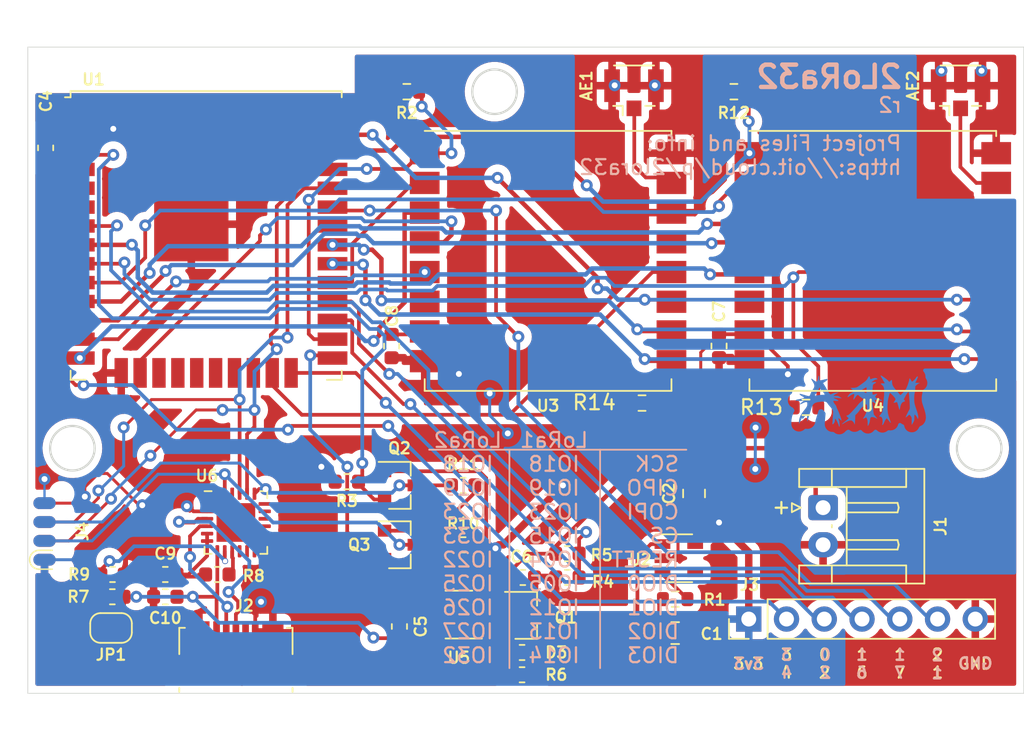
<source format=kicad_pcb>
(kicad_pcb (version 20211014) (generator pcbnew)

  (general
    (thickness 1.6)
  )

  (paper "A4")
  (layers
    (0 "F.Cu" signal)
    (31 "B.Cu" signal)
    (32 "B.Adhes" user "B.Adhesive")
    (33 "F.Adhes" user "F.Adhesive")
    (34 "B.Paste" user)
    (35 "F.Paste" user)
    (36 "B.SilkS" user "B.Silkscreen")
    (37 "F.SilkS" user "F.Silkscreen")
    (38 "B.Mask" user)
    (39 "F.Mask" user)
    (40 "Dwgs.User" user "User.Drawings")
    (41 "Cmts.User" user "User.Comments")
    (42 "Eco1.User" user "User.Eco1")
    (43 "Eco2.User" user "User.Eco2")
    (44 "Edge.Cuts" user)
    (45 "Margin" user)
    (46 "B.CrtYd" user "B.Courtyard")
    (47 "F.CrtYd" user "F.Courtyard")
    (48 "B.Fab" user)
    (49 "F.Fab" user)
  )

  (setup
    (stackup
      (layer "F.SilkS" (type "Top Silk Screen"))
      (layer "F.Paste" (type "Top Solder Paste"))
      (layer "F.Mask" (type "Top Solder Mask") (thickness 0.01))
      (layer "F.Cu" (type "copper") (thickness 0.035))
      (layer "dielectric 1" (type "core") (thickness 1.51) (material "FR4") (epsilon_r 4.5) (loss_tangent 0.02))
      (layer "B.Cu" (type "copper") (thickness 0.035))
      (layer "B.Mask" (type "Bottom Solder Mask") (thickness 0.01))
      (layer "B.Paste" (type "Bottom Solder Paste"))
      (layer "B.SilkS" (type "Bottom Silk Screen"))
      (copper_finish "None")
      (dielectric_constraints no)
    )
    (pad_to_mask_clearance 0.051)
    (solder_mask_min_width 0.25)
    (pcbplotparams
      (layerselection 0x00010fc_ffffffff)
      (disableapertmacros false)
      (usegerberextensions true)
      (usegerberattributes false)
      (usegerberadvancedattributes false)
      (creategerberjobfile false)
      (svguseinch false)
      (svgprecision 6)
      (excludeedgelayer true)
      (plotframeref false)
      (viasonmask false)
      (mode 1)
      (useauxorigin false)
      (hpglpennumber 1)
      (hpglpenspeed 20)
      (hpglpendiameter 15.000000)
      (dxfpolygonmode true)
      (dxfimperialunits true)
      (dxfusepcbnewfont true)
      (psnegative false)
      (psa4output false)
      (plotreference true)
      (plotvalue true)
      (plotinvisibletext false)
      (sketchpadsonfab false)
      (subtractmaskfromsilk false)
      (outputformat 1)
      (mirror false)
      (drillshape 0)
      (scaleselection 1)
      (outputdirectory "gerber/")
    )
  )

  (net 0 "")
  (net 1 "GND")
  (net 2 "Net-(AE1-Pad1)")
  (net 3 "Net-(AE2-Pad1)")
  (net 4 "VBUS")
  (net 5 "+3V3")
  (net 6 "VIN")
  (net 7 "VBAT")
  (net 8 "Net-(C9-Pad1)")
  (net 9 "Net-(J2-Pad3)")
  (net 10 "Net-(J2-Pad2)")
  (net 11 "Net-(JP1-Pad2)")
  (net 12 "RTS")
  (net 13 "EN")
  (net 14 "Net-(Q2-Pad1)")
  (net 15 "IO0")
  (net 16 "DTR")
  (net 17 "Net-(Q3-Pad1)")
  (net 18 "Net-(R4-Pad2)")
  (net 19 "Net-(R8-Pad1)")
  (net 20 "LORSCK")
  (net 21 "TX")
  (net 22 "RX")
  (net 23 "Net-(U1-Pad29)")
  (net 24 "Net-(R13-Pad1)")
  (net 25 "Net-(U1-Pad16)")
  (net 26 "Net-(U1-Pad13)")
  (net 27 "Net-(U1-Pad12)")
  (net 28 "Net-(U1-Pad10)")
  (net 29 "Net-(R14-Pad1)")
  (net 30 "Net-(U1-Pad8)")
  (net 31 "unconnected-(J2-Pad4)")
  (net 32 "Net-(R1-Pad1)")
  (net 33 "unconnected-(U1-Pad32)")
  (net 34 "unconnected-(U1-Pad22)")
  (net 35 "unconnected-(U1-Pad21)")
  (net 36 "unconnected-(U1-Pad20)")
  (net 37 "unconnected-(U1-Pad19)")
  (net 38 "unconnected-(U1-Pad18)")
  (net 39 "unconnected-(U1-Pad17)")
  (net 40 "Net-(U1-Pad14)")
  (net 41 "Net-(U1-Pad11)")
  (net 42 "SPARE04")
  (net 43 "unconnected-(U1-Pad5)")
  (net 44 "unconnected-(U1-Pad4)")
  (net 45 "unconnected-(U2-Pad4)")
  (net 46 "unconnected-(U3-Pad13)")
  (net 47 "unconnected-(U3-Pad6)")
  (net 48 "unconnected-(U4-Pad13)")
  (net 49 "unconnected-(U4-Pad6)")
  (net 50 "unconnected-(U6-Pad24)")
  (net 51 "unconnected-(U6-Pad22)")
  (net 52 "unconnected-(U6-Pad18)")
  (net 53 "unconnected-(U6-Pad17)")
  (net 54 "unconnected-(U6-Pad16)")
  (net 55 "unconnected-(U6-Pad15)")
  (net 56 "unconnected-(U6-Pad14)")
  (net 57 "unconnected-(U6-Pad13)")
  (net 58 "unconnected-(U6-Pad12)")
  (net 59 "unconnected-(U6-Pad11)")
  (net 60 "unconnected-(U6-Pad10)")
  (net 61 "unconnected-(U6-Pad1)")
  (net 62 "LORCOPI")
  (net 63 "LORCIPO")
  (net 64 "SPARE03")
  (net 65 "SPARE02")
  (net 66 "SPARE01")
  (net 67 "SPARE00")
  (net 68 "Net-(R2-Pad1)")
  (net 69 "Net-(R12-Pad1)")

  (footprint "RF_Module:ESP32-WROOM-32U" (layer "F.Cu") (at 178 96.675001))

  (footprint "Connector_Coaxial:U.FL_Hirose_U.FL-R-SMT-1_Vertical" (layer "F.Cu") (at 228.75 87.07 90))

  (footprint "Capacitor_SMD:C_0603_1608Metric" (layer "F.Cu") (at 167.2 90.781475 90))

  (footprint "Capacitor_SMD:C_0603_1608Metric" (layer "F.Cu") (at 191 123 -90))

  (footprint "Capacitor_SMD:C_0603_1608Metric" (layer "F.Cu") (at 199.3 119.7 180))

  (footprint "Capacitor_SMD:C_0603_1608Metric" (layer "F.Cu") (at 190.475 104.125 -90))

  (footprint "Capacitor_SMD:C_0603_1608Metric" (layer "F.Cu") (at 175.25 119.5 180))

  (footprint "Capacitor_SMD:C_0603_1608Metric" (layer "F.Cu") (at 199.25 124.75 180))

  (footprint "Connector_JST:JST_EH_S2B-EH_1x02_P2.50mm_Horizontal" (layer "F.Cu") (at 219.5 115 -90))

  (footprint "Package_TO_SOT_SMD:SOT-23" (layer "F.Cu") (at 191 113.5))

  (footprint "Package_TO_SOT_SMD:SOT-23" (layer "F.Cu") (at 191 117.5))

  (footprint "Resistor_SMD:R_0603_1608Metric" (layer "F.Cu") (at 187.4625 113.25))

  (footprint "Resistor_SMD:R_0603_1608Metric" (layer "F.Cu") (at 202.3 119.7))

  (footprint "Resistor_SMD:R_0603_1608Metric" (layer "F.Cu") (at 202.3 118.1 180))

  (footprint "Resistor_SMD:R_0603_1608Metric" (layer "F.Cu") (at 199.25 126.25))

  (footprint "Resistor_SMD:R_0603_1608Metric" (layer "F.Cu") (at 171.6875 121))

  (footprint "Resistor_SMD:R_0603_1608Metric" (layer "F.Cu") (at 178.75 119.5 180))

  (footprint "Resistor_SMD:R_0603_1608Metric" (layer "F.Cu") (at 171.7 119.5 180))

  (footprint "Resistor_SMD:R_0603_1608Metric" (layer "F.Cu") (at 195.2875 117.5))

  (footprint "Resistor_SMD:R_0603_1608Metric" (layer "F.Cu") (at 195.2875 113.5))

  (footprint "loranet2:DRF1276G" (layer "F.Cu") (at 201 98.140001))

  (footprint "loranet2:DRF1276G" (layer "F.Cu") (at 222.844999 98.140001))

  (footprint "Package_DFN_QFN:QFN-24-1EP_4x4mm_P0.5mm_EP2.6x2.6mm" (layer "F.Cu") (at 180 116))

  (footprint "Connector_USB:USB_Micro-B_Molex_47346-0001" (layer "F.Cu") (at 180 124.8))

  (footprint "Capacitor_SMD:C_0603_1608Metric" (layer "F.Cu") (at 212.5 104.1125 90))

  (footprint "Package_TO_SOT_SMD:SOT-23" (layer "F.Cu") (at 199.5 122.25))

  (footprint "Package_TO_SOT_SMD:SOT-23-5" (layer "F.Cu") (at 195 122.2 180))

  (footprint "Connector_Coaxial:U.FL_Hirose_U.FL-R-SMT-1_Vertical" (layer "F.Cu") (at 206.78 87.07 90))

  (footprint "Capacitor_SMD:C_0805_2012Metric" (layer "F.Cu") (at 209.55 123.444))

  (footprint "Capacitor_SMD:C_0805_2012Metric" (layer "F.Cu") (at 210.82 114.046 90))

  (footprint "Resistor_SMD:R_0603_1608Metric" (layer "F.Cu") (at 209.55 121.158 180))

  (footprint "Package_TO_SOT_SMD:SOT-23-5" (layer "F.Cu") (at 209.795001 118.405001))

  (footprint "Capacitor_SMD:C_0603_1608Metric" (layer "F.Cu") (at 175.25 121 180))

  (footprint "Jumper:SolderJumper-2_P1.3mm_Bridged_RoundedPad1.0x1.5mm" (layer "F.Cu") (at 171.6 123.1 180))

  (footprint "Resistor_SMD:R_0603_1608Metric" (layer "F.Cu") (at 213.5 87 180))

  (footprint "Resistor_SMD:R_0603_1608Metric" (layer "F.Cu") (at 191.5 87 180))

  (footprint "Connector_PinHeader_2.54mm:PinHeader_1x07_P2.54mm_Vertical" (layer "F.Cu") (at 214.5 122.5 90))

  (footprint "Resistor_SMD:R_0603_1608Metric" (layer "F.Cu") (at 218.351714 108.25 180))

  (footprint "Resistor_SMD:R_0603_1608Metric" (layer "F.Cu") (at 207.32 107.96))

  (footprint "loranet2:SOIC_clipProgSmall" (layer "F.Cu") (at 166.376 116.602 -90))

  (footprint "loranet2:MRA-2022_10x6mm" (layer "B.Cu")
    (tedit 623B5DFD) (tstamp 00000000-0000-0000-0000-000060d4245f)
    (at 221.815645 109.15801 180)
    (property "Sheetfile" "loranet2.kicad_sch")
    (property "Sheetname" "")
    (path "/00000000-0000-0000-0000-000060d48c38")
    (attr through_hole)
    (fp_text reference "H1" (at 0 0) (layer "B.SilkS") hide
      (effects (font (size 1.27 1.27) (thickness 0.15)) (justify mirror))
      (tstamp 72bd3a47-5258-460c-bd5b-ac220179bcdf)
    )
    (fp_text value "MountingHole" (at 0 0) (layer "B.SilkS") hide
      (effects (font (size 1.27 1.27) (thickness 0.15)) (justify mirror))
      (tstamp 31948383-d588-419b-b73e-6f2eb277375e)
    )
    (fp_poly (pts
        (xy -1.558313 3.04029)
        (xy -1.564778 3.012362)
        (xy -1.593564 2.958042)
        (xy -1.628618 2.897503)
        (xy -1.676306 2.815254)
        (xy -1.727994 2.726186)
        (xy -1.743926 2.69875)
        (xy -1.842272 2.529417)
        (xy -1.704303 2.523158)
        (xy -1.63412 2.517775)
        (xy -1.58444 2.509763)
        (xy -1.566333 2.501182)
        (xy -1.581318 2.480125)
        (xy -1.620043 2.442047)
        (xy -1.659259 2.407789)
        (xy -1.720942 2.348345)
        (xy -1.757562 2.287767)
        (xy -1.778809 2.219127)
        (xy -1.790032 2.139902)
        (xy -1.795319 2.026606)
        (xy -1.794991 1.887038)
        (xy -1.789365 1.728996)
        (xy -1.77876 1.560279)
        (xy -1.763493 1.388684)
        (xy -1.743884 1.22201)
        (xy -1.735742 1.164167)
        (xy -1.719827 1.049489)
        (xy -1.706621 0.941121)
        (xy -1.697386 0.850389)
        (xy -1.693384 0.788622)
        (xy -1.693313 0.783167)
        (xy -1.679638 0.647461)
        (xy -1.635987 0.533109)
        (xy -1.557401 0.427311)
        (xy -1.553983 0.423635)
        (xy -1.497644 0.361601)
        (xy -1.469219 0.323597)
        (xy -1.466483 0.303927)
        (xy -1.487208 0.296894)
        (xy -1.504225 0.296334)
        (xy -1.581972 0.27694)
        (xy -1.641488 0.220331)
        (xy -1.663375 0.178893)
        (xy -1.682831 0.102771)
        (xy -1.69196 0.003496)
        (xy -1.690281 -0.100914)
        (xy -1.677316 -0.192441)
        (xy -1.673644 -0.206514)
        (xy -1.665232 -0.257309)
        (xy -1.676334 -0.274625)
        (xy -1.704224 -0.255423)
        (xy -1.710785 -0.247892)
        (xy -1.730087 -0.216083)
        (xy -1.760114 -0.157333)
        (xy -1.794811 -0.083567)
        (xy -1.799452 -0.073267)
        (xy -1.848749 0.025689)
        (xy -1.897289 0.103347)
        (xy -1.940536 0.153314)
        (xy -1.971698 0.169334)
        (xy -1.991985 0.153722)
        (xy -2.030372 0.112499)
        (xy -2.07978 0.054088)
        (xy -2.133129 -0.013092)
        (xy -2.183341 -0.080618)
        (xy -2.191414 -0.092038)
        (xy -2.219916 -0.125966)
        (xy -2.231189 -0.122224)
        (xy -2.225405 -0.081734)
        (xy -2.202736 -0.005417)
        (xy -2.163352 0.105803)
        (xy -2.146302 0.151096)
        (xy -2.092618 0.305003)
        (xy -2.053991 0.449979)
        (xy -2.028962 0.596714)
        (xy -2.016071 0.755899)
        (xy -2.013858 0.938224)
        (xy -2.018067 1.090084)
        (xy -2.027363 1.246172)
        (xy -2.043486 1.380888)
        (xy -2.069454 1.515022)
        (xy -2.094718 1.618215)
        (xy -2.120635 1.715801)
        (xy -2.143401 1.797561)
        (xy -2.160648 1.855263)
        (xy -2.17001 1.880674)
        (xy -2.170278 1.881)
        (xy -2.194075 1.877282)
        (xy -2.237493 1.846884)
        (xy -2.294202 1.796576)
        (xy -2.357875 1.733125)
        (xy -2.422183 1.663301)
        (xy -2.480799 1.593873)
        (xy -2.527395 1.531609)
        (xy -2.555641 1.483278)
        (xy -2.561167 1.462893)
        (xy -2.549776 1.42417)
        (xy -2.520662 1.367321)
        (xy -2.498052 1.331394)
        (xy -2.462524 1.276498)
        (xy -2.439455 1.236133)
        (xy -2.434552 1.223516)
        (xy -2.452511 1.220774)
        (xy -2.499163 1.229318)
        (xy -2.542632 1.240993)
        (xy -2.606181 1.256004)
        (xy -2.652881 1.259959)
        (xy -2.667672 1.255727)
        (xy -2.679395 1.229386)
        (xy -2.698868 1.170848)
        (xy -2.723327 1.08892)
        (xy -2.748596 0.997708)
        (xy -2.774584 0.90273)
        (xy -2.797304 0.823689)
        (xy -2.814254 0.769031)
        (xy -2.82279 0.747321)
        (xy -2.831657 0.760755)
        (xy -2.844799 0.805596)
        (xy -2.857041 0.860864)
        (xy -2.892058 1.011047)
        (xy -2.931665 1.124)
        (xy -2.97887 1.204798)
        (xy -3.036678 1.258515)
        (xy -3.108096 1.290224)
        (xy -3.112073 1.291321)
        (xy -3.172218 1.312414)
        (xy -3.192545 1.336524)
        (xy -3.175421 1.370209)
        (xy -3.149909 1.396114)
        (xy -3.103651 1.43921)
        (xy -3.195242 1.619847)
        (xy -3.245648 1.711891)
        (xy -3.300634 1.800699)
        (xy -3.350762 1.871352)
        (xy -3.365826 1.889497)
        (xy -3.444818 1.97851)
        (xy -3.457715 1.872964)
        (xy -3.464957 1.803329)
        (xy -3.47401 1.700469)
        (xy -3.484196 1.573416)
        (xy -3.494839 1.431205)
        (xy -3.505261 1.28287)
        (xy -3.514785 1.137445)
        (xy -3.522333 1.011101)
        (xy -3.526449 0.919505)
        (xy -3.524771 0.856223)
        (xy -3.514861 0.807369)
        (xy -3.494285 0.759057)
        (xy -3.470356 0.714767)
        (xy -3.417075 0.616539)
        (xy -3.365587 0.5164)
        (xy -3.319319 0.421658)
        (xy -3.2817 0.33962)
        (xy -3.256158 0.277593)
        (xy -3.246119 0.242885)
        (xy -3.246938 0.238507)
        (xy -3.267079 0.245759)
        (xy -3.308609 0.276244)
        (xy -3.362761 0.323483)
        (xy -3.365896 0.326406)
        (xy -3.422794 0.375238)
        (xy -3.470226 0.408081)
        (xy -3.49814 0.418001)
        (xy -3.498514 0.417891)
        (xy -3.524666 0.396752)
        (xy -3.563257 0.352039)
        (xy -3.58775 0.319082)
        (xy -3.615204 0.278151)
        (xy -3.633306 0.241843)
        (xy -3.64397 0.200053)
        (xy -3.649111 0.142679)
        (xy -3.650643 0.059619)
        (xy -3.650612 -0.012619)
        (xy -3.650696 -0.108022)
        (xy -3.651405 -0.185627)
        (xy -3.652618 -0.237042)
        (xy -3.654082 -0.254)
        (xy -3.665652 -0.237019)
        (xy -3.692636 -0.192002)
        (xy -3.72974 -0.127832)
        (xy -3.739246 -0.111125)
        (xy -3.777599 -0.041334)
        (xy -3.801336 0.012712)
        (xy -3.81384 0.065435)
        (xy -3.818491 0.131259)
        (xy -3.818672 0.224605)
        (xy -3.818647 0.227542)
        (xy -3.819537 0.326598)
        (xy -3.824656 0.388572)
        (xy -3.834654 0.418564)
        (xy -3.843597 0.423334)
        (xy -3.87619 0.406636)
        (xy -3.920183 0.364023)
        (xy -3.966654 0.306714)
        (xy -4.006678 0.24593)
        (xy -4.031332 0.192891)
        (xy -4.033576 0.184466)
        (xy -4.044932 0.143133)
        (xy -4.056289 0.138918)
        (xy -4.069236 0.158274)
        (xy -4.083845 0.220057)
        (xy -4.079168 0.315424)
        (xy -4.055891 0.440634)
        (xy -4.014696 0.591944)
        (xy -3.960246 0.75463)
        (xy -3.919647 0.872097)
        (xy -3.882579 0.988328)
        (xy -3.852618 1.091489)
        (xy -3.833338 1.169746)
        (xy -3.830722 1.183365)
        (xy -3.813282 1.322433)
        (xy -3.805796 1.47418)
        (xy -3.808106 1.624682)
        (xy -3.820056 1.760015)
        (xy -3.83832 1.855139)
        (xy -3.855999 1.943748)
        (xy -3.86863 2.051431)
        (xy -3.8735 2.154995)
        (xy -3.8735 2.155745)
        (xy -3.874304 2.241117)
        (xy -3.879285 2.296604)
        (xy -3.892301 2.334653)
        (xy -3.917206 2.367709)
        (xy -3.949077 2.399695)
        (xy -4.012713 2.453521)
        (xy -4.081429 2.500272)
        (xy -4.102535 2.511839)
        (xy -4.180417 2.550584)
        (xy -3.878521 2.56292)
        (xy -3.939233 2.675013)
        (xy -3.979083 2.754204)
        (xy -4.014264 2.834076)
        (xy -4.041037 2.904828)
        (xy -4.055666 2.956658)
        (xy -4.055238 2.979152)
        (xy -4.025218 2.983607)
        (xy -3.985399 2.961784)
        (xy -3.94931 2.92273)
        (xy -3.937146 2.900185)
        (xy -3.910751 2.856968)
        (xy -3.86607 2.80258)
        (xy -3.811425 2.745067)
        (xy -3.75514 2.692474)
        (xy -3.705535 2.652847)
        (xy -3.670936 2.634231)
        (xy -3.662596 2.634779)
        (xy -3.64168 2.65904)
        (xy -3.609153 2.708367)
        (xy -3.583254 2.752404)
        (xy -3.549124 2.809399)
        (xy -3.522214 2.84756)
        (xy -3.51108 2.857479)
        (xy -3.500083 2.838757)
        (xy -3.487927 2.791615)
        (xy -3.483621 2.767542)
        (xy -3.464942 2.682506)
        (xy -3.433917 2.574891)
        (xy -3.39487 2.45693)
        (xy -3.352122 2.340855)
        (xy -3.309997 2.238899)
        (xy -3.272815 2.163296)
        (xy -3.266184 2.152144)
        (xy -3.224868 2.092707)
        (xy -3.168854 2.021227)
        (xy -3.104656 1.944951)
        (xy -3.038789 1.871125)
        (xy -2.977765 1.806992)
        (xy -2.9281 1.7598)
        (xy -2.896309 1.736793)
        (xy -2.891739 1.735667)
        (xy -2.862294 1.751288)
        (xy -2.82575 1.789348)
        (xy -2.822315 1.793875)
        (xy -2.791733 1.832402)
        (xy -2.740403 1.894214)
        (xy -2.675497 1.970775)
        (xy -2.604515 2.053167)
        (xy -2.501453 2.175808)
        (xy -2.425615 2.277156)
        (xy -2.373197 2.364716)
        (xy -2.340393 2.445993)
        (xy -2.323401 2.528494)
        (xy -2.318421 2.617576)
        (xy -2.317311 2.699049)
        (xy -2.310384 2.741208)
        (xy -2.290895 2.747027)
        (xy -2.252095 2.719478)
        (xy -2.19755 2.670835)
        (xy -2.140849 2.619636)
        (xy -2.037589 2.722693)
        (xy -1.976359 2.778441)
        (xy -1.899475 2.840732)
        (xy -1.815208 2.903771)
        (xy -1.73183 2.961765)
        (xy -1.657614 3.008921)
        (xy -1.60083 3.039445)
        (xy -1.573125 3.048)
        (xy -1.558313 3.04029)
      ) (layer "B.Cu") (width 0.01) (fill solid) (tstamp 4f31de85-a5e9-490a-9f64-4ba66189b3e4))
    (fp_poly (pts
        (xy -0.766927 2.988489)
        (xy -0.737465 2.943923)
        (xy -0.709493 2.894542)
        (xy -0.670534 2.826151)
        (xy -0.629762 2.76762)
        (xy -0.580673 2.712555)
        (xy -0.516765 2.654561)
        (xy -0.431533 2.587244)
        (xy -0.318474 2.50421)
        (xy -0.296333 2.488296)
        (xy -0.178287 2.403613)
        (xy -0.088159 2.34004)
        (xy -0.019196 2.294395)
        (xy 0.035354 2.263496)
        (xy 0.082245 2.244161)
        (xy 0.128229 2.23321)
        (xy 0.180058 2.22746)
        (xy 0.244486 2.223729)
        (xy 0.267793 2.2225)
        (xy 0.463395 2.211917)
        (xy 0.337927 2.106084)
        (xy 0.27864 2.054775)
        (xy 0.234556 2.014147)
        (xy 0.213537 1.991512)
        (xy 0.212789 1.989667)
        (xy 0.230796 1.976636)
        (xy 0.278398 1.951287)
        (xy 0.34646 1.918395)
        (xy 0.369959 1.907561)
        (xy 0.455243 1.865778)
        (xy 0.514071 1.827168)
        (xy 0.559943 1.780915)
        (xy 0.603604 1.720363)
        (xy 0.641148 1.660068)
        (xy 0.664885 1.614506)
        (xy 0.669705 1.593983)
        (xy 0.648839 1.600457)
        (xy 0.602018 1.626805)
        (xy 0.537612 1.668126)
        (xy 0.504126 1.690991)
        (xy 0.403789 1.755225)
        (xy 0.320306 1.797638)
        (xy 0.257845 1.816816)
        (xy 0.220577 1.811347)
        (xy 0.211667 1.790116)
        (xy 0.216188 1.752467)
        (xy 0.228057 1.687549)
        (xy 0.244727 1.609253)
        (xy 0.24514 1.607434)
        (xy 0.260632 1.531011)
        (xy 0.269657 1.469477)
        (xy 0.270365 1.435604)
        (xy 0.270148 1.434862)
        (xy 0.25595 1.439577)
        (xy 0.225226 1.473826)
        (xy 0.183538 1.531028)
        (xy 0.163981 1.560493)
        (xy 0.11394 1.632975)
        (xy 0.067001 1.692578)
        (xy 0.031344 1.729151)
        (xy 0.02409 1.734103)
        (xy -0.022048 1.746063)
        (xy -0.06402 1.738795)
        (xy -0.084473 1.715711)
        (xy -0.084667 1.712712)
        (xy -0.100943 1.693475)
        (xy -0.144755 1.656597)
        (xy -0.208579 1.608164)
        (xy -0.255227 1.574772)
        (xy -0.425787 1.455257)
        (xy -0.376935 1.403038)
        (xy -0.332194 1.361059)
        (xy -0.269378 1.30894)
        (xy -0.225247 1.275173)
        (xy -0.15711 1.216291)
        (xy -0.084206 1.139908)
        (xy -0.032494 1.075954)
        (xy 0.012109 1.019382)
        (xy 0.079231 0.940229)
        (xy 0.161969 0.846356)
        (xy 0.253421 0.745621)
        (xy 0.326291 0.667417)
        (xy 0.427529 0.56142)
        (xy 0.505537 0.483227)
        (xy 0.564957 0.428779)
        (xy 0.610433 0.394019)
        (xy 0.646608 0.374888)
        (xy 0.667996 0.368787)
        (xy 0.716293 0.356531)
        (xy 0.740259 0.344186)
        (xy 0.740833 0.342496)
        (xy 0.72727 0.321405)
        (xy 0.692588 0.281316)
        (xy 0.665381 0.252598)
        (xy 0.589928 0.175328)
        (xy 0.659344 0.105912)
        (xy 0.708954 0.060643)
        (xy 0.779844 0.001296)
        (xy 0.859027 -0.061356)
        (xy 0.882963 -0.079566)
        (xy 0.96073 -0.140553)
        (xy 1.011082 -0.184976)
        (xy 1.032921 -0.210743)
        (xy 1.025146 -0.215766)
        (xy 0.986657 -0.197952)
        (xy 0.926042 -0.16143)
        (xy 0.791386 -0.080612)
        (xy 0.677518 -0.024323)
        (xy 0.574524 0.012055)
        (xy 0.530558 0.022846)
        (xy 0.460289 0.034558)
        (xy 0.411996 0.031325)
        (xy 0.367551 0.011762)
        (xy 0.364849 0.01018)
        (xy 0.30763 -0.035965)
        (xy 0.256216 -0.09786)
        (xy 0.221066 -0.161061)
        (xy 0.211667 -0.201334)
        (xy 0.204651 -0.226445)
        (xy 0.19259 -0.221191)
        (xy 0.185063 -0.193651)
        (xy 0.177714 -0.132155)
        (xy 0.171273 -0.045079)
        (xy 0.166468 0.059204)
        (xy 0.165548 0.089169)
        (xy 0.157582 0.379422)
        (xy 0.041749 0.492029)
        (xy -0.030401 0.570266)
        (xy -0.102365 0.661302)
        (xy -0.151612 0.734403)
        (xy -0.213844 0.823298)
        (xy -0.294891 0.909125)
        (xy -0.404542 1.002243)
        (xy -0.4053 1.002839)
        (xy -0.478991 1.058037)
        (xy -0.541081 1.099312)
        (xy -0.584008 1.121954)
        (xy -0.599292 1.123675)
        (xy -0.620346 1.08239)
        (xy -0.63808 1.010174)
        (xy -0.650428 0.918411)
        (xy -0.655323 0.818485)
        (xy -0.655334 0.814917)
        (xy -0.651293 0.739231)
        (xy -0.636407 0.666401)
        (xy -0.606876 0.581928)
        (xy -0.574187 0.505249)
        (xy -0.530924 0.414082)
        (xy -0.485641 0.328403)
        (xy -0.44597 0.262356)
        (xy -0.43398 0.245381)
        (xy -0.401316 0.197353)
        (xy -0.385912 0.163971)
        (xy -0.386581 0.156698)
        (xy -0.410488 0.158551)
        (xy -0.457756 0.176462)
        (xy -0.483939 0.189024)
        (xy -0.539063 0.215397)
        (xy -0.578226 0.230964)
        (xy -0.586532 0.232754)
        (xy -0.603508 0.214905)
        (xy -0.628779 0.169284)
        (xy -0.645583 0.132213)
        (xy -0.670307 0.056546)
        (xy -0.683725 -0.032331)
        (xy -0.687912 -0.148423)
        (xy -0.687917 -0.153432)
        (xy -0.689035 -0.235999)
        (xy -0.692024 -0.299542)
        (xy -0.696337 -0.3345)
        (xy -0.6985 -0.338362)
        (xy -0.712179 -0.320618)
        (xy -0.737411 -0.274573)
        (xy -0.765656 -0.21668)
        (xy -0.806996 -0.101815)
        (xy -0.833462 0.024763)
        (xy -0.836334 0.049512)
        (xy -0.850571 0.150126)
        (xy -0.873859 0.214522)
        (xy -0.912361 0.248717)
        (xy -0.972237 0.258729)
        (xy -1.044425 0.252735)
        (xy -1.126264 0.235296)
        (xy -1.202895 0.208739)
        (xy -1.235251 0.192354)
        (xy -1.284436 0.164178)
        (xy -1.317917 0.14901)
        (xy -1.322303 0.148167)
        (xy -1.316349 0.162722)
        (xy -1.28741 0.201735)
        (xy -1.240851 0.258224)
        (xy -1.212465 0.291042)
        (xy -1.087069 0.433917)
        (xy -1.039732 0.814917)
        (xy -1.023905 0.940538)
        (xy -1.009159 1.054349)
        (xy -0.996533 1.148555)
        (xy -0.987071 1.215362)
        (xy -0.982203 1.245231)
        (xy -0.979941 1.280412)
        (xy -1.002007 1.28509)
        (xy -1.020465 1.280332)
        (xy -1.060748 1.262248)
        (xy -1.123808 1.227144)
        (xy -1.197472 1.181884)
        (xy -1.213809 1.1713)
        (xy -1.281994 1.129044)
        (xy -1.3363 1.099798)
        (xy -1.367654 1.088297)
        (xy -1.371333 1.089111)
        (xy -1.36346 1.108646)
        (xy -1.330968 1.148421)
        (xy -1.280622 1.200264)
        (xy -1.274065 1.206562)
        (xy -1.204546 1.280504)
        (xy -1.169589 1.337557)
        (xy -1.164167 1.364775)
        (xy -1.167755 1.397051)
        (xy -1.18591 1.412723)
        (xy -1.229722 1.41765)
        (xy -1.264708 1.417916)
        (xy -1.346004 1.411783)
        (xy -1.438814 1.39649)
        (xy -1.481667 1.386417)
        (xy -1.56906 1.364371)
        (xy -1.620909 1.35553)
        (xy -1.641895 1.359897)
        (xy -1.636695 1.377477)
        (xy -1.629711 1.386565)
        (xy -1.598096 1.407122)
        (xy -1.536994 1.434042)
        (xy -1.457752 1.462519)
        (xy -1.428966 1.471618)
        (xy -1.30902 1.514451)
        (xy -1.230033 1.557586)
        (xy -1.190633 1.601893)
        (xy -1.185333 1.626148)
        (xy -1.198593 1.654507)
        (xy -1.232745 1.701393)
        (xy -1.264708 1.738975)
        (xy -1.302786 1.782056)
        (xy -1.320316 1.807998)
        (xy -1.312978 1.818049)
        (xy -1.276452 1.813455)
        (xy -1.206417 1.795464)
        (xy -1.136568 1.775967)
        (xy -1.073832 1.760416)
        (xy -1.038543 1.759171)
        (xy -1.018212 1.772502)
        (xy -1.013691 1.778597)
        (xy -1.006227 1.812042)
        (xy -1.0026 1.877921)
        (xy -1.00238 1.966548)
        (xy -1.004645 2.049973)
        (xy -0.613433 2.049973)
        (xy -0.611161 1.977293)
        (xy -0.60607 1.920154)
        (xy -0.600519 1.894932)
        (xy -0.587719 1.875239)
        (xy -0.565818 1.871912)
        (xy -0.528416 1.887413)
        (xy -0.469115 1.924201)
        (xy -0.399139 1.972339)
        (xy -0.33405 2.020262)
        (xy -0.300267 2.052321)
        (xy -0.29277 2.074382)
        (xy -0.300762 2.087306)
        (xy -0.332948 2.11217)
        (xy -0.387018 2.147963)
        (xy -0.451667 2.187905)
        (xy -0.515587 2.225212)
        (xy -0.567473 2.253103)
        (xy -0.596018 2.264795)
        (xy -0.596713 2.264834)
        (xy -0.604526 2.245624)
        (xy -0.609997 2.195701)
        (xy -0.613005 2.12663)
        (xy -0.613433 2.049973)
        (xy -1.004645 2.049973)
        (xy -1.005142 2.068239)
        (xy -1.010458 2.17331)
        (xy -1.017899 2.272075)
        (xy -1.027038 2.35485)
        (xy -1.037449 2.411949)
        (xy -1.04229 2.426375)
        (xy -1.074536 2.465215)
        (xy -1.12969 2.505662)
        (xy -1.156839 2.52041)
        (xy -1.221333 2.556837)
        (xy -1.245569 2.583875)
        (xy -1.229319 2.60094)
        (xy -1.190625 2.606835)
        (xy -1.132033 2.609596)
        (xy -1.089461 2.608584)
        (xy -1.039721 2.602633)
        (xy -1.005417 2.597517)
        (xy -0.92075 2.584671)
        (xy -0.994833 2.648589)
        (xy -1.084569 2.715686)
        (xy -1.174788 2.765312)
        (xy -1.253719 2.79146)
        (xy -1.27974 2.794)
        (xy -1.319941 2.799721)
        (xy -1.3335 2.810934)
        (xy -1.314775 2.846019)
        (xy -1.26494 2.868524)
        (xy -1.193508 2.877785)
        (xy -1.109993 2.873136)
        (xy -1.023906 2.853912)
        (xy -0.976647 2.835869)
        (xy -0.907724 2.806487)
        (xy -0.86837 2.796596)
        (xy -0.850661 2.806031)
        (xy -0.846667 2.833175)
        (xy -0.840112 2.880789)
        (xy -0.824178 2.935686)
        (xy -0.804464 2.982344)
        (xy -0.786567 3.005241)
        (xy -0.78446 3.005667)
        (xy -0.766927 2.988489)
      ) (layer "B.Cu") (width 0.01) (fill solid) (tstamp 8da5ca03-ed4e-4318-a05e-8d1b9da96279))
    (fp_poly (pts
        (xy 2.617647 3.023614)
        (xy 2.631609 2.974592)
        (xy 2.635504 2.950012)
        (xy 2.658609 2.813046)
        (xy 2.686259 2.716405)
        (xy 2.72114 2.658121)
        (xy 2.765939 2.636228)
        (xy 2.823344 2.648757)
        (xy 2.89604 2.693741)
        (xy 2.938965 2.727791)
        (xy 3.022266 2.794403)
        (xy 3.07655 2.830305)
        (xy 3.102496 2.834958)
        (xy 3.100781 2.807823)
        (xy 3.072083 2.748363)
        (xy 3.021121 2.662532)
        (xy 2.950978 2.540619)
        (xy 2.90925 2.440602)
        (xy 2.895749 2.353171)
        (xy 2.910284 2.269014)
        (xy 2.952665 2.178822)
        (xy 3.009487 2.091811)
        (xy 3.065145 2.003871)
        (xy 3.117459 1.906062)
        (xy 3.152408 1.826278)
        (xy 3.181697 1.754696)
        (xy 3.210285 1.697935)
        (xy 3.230163 1.670302)
        (xy 3.25302 1.662369)
        (xy 3.294815 1.664938)
        (xy 3.361716 1.67912)
        (xy 3.459889 1.706022)
        (xy 3.508285 1.720291)
        (xy 3.64563 1.760748)
        (xy 3.747453 1.789175)
        (xy 3.818512 1.806574)
        (xy 3.863561 1.813952)
        (xy 3.887355 1.812312)
        (xy 3.894649 1.80266)
        (xy 3.894667 1.801926)
        (xy 3.877193 1.773628)
        (xy 3.830655 1.73304)
        (xy 3.763873 1.686757)
        (xy 3.68567 1.641374)
        (xy 3.667125 1.631821)
        (xy 3.614278 1.601629)
        (xy 3.581928 1.57611)
        (xy 3.577167 1.567629)
        (xy 3.596248 1.550205)
        (xy 3.646785 1.527644)
        (xy 3.718712 1.503078)
        (xy 3.801967 1.479639)
        (xy 3.886486 1.460456)
        (xy 3.958167 1.449095)
        (xy 4.050039 1.433957)
        (xy 4.120805 1.41265)
        (xy 4.162332 1.388103)
        (xy 4.169833 1.372854)
        (xy 4.149942 1.366289)
        (xy 4.095365 1.360018)
        (xy 4.01375 1.354643)
        (xy 3.912745 1.350766)
        (xy 3.879186 1.349973)
        (xy 3.588539 1.344084)
        (xy 3.696208 1.27505)
        (xy 3.771702 1.22261)
        (xy 3.830342 1.174132)
        (xy 3.865739 1.135553)
        (xy 3.871506 1.112809)
        (xy 3.87117 1.112448)
        (xy 3.849541 1.117227)
        (xy 3.799393 1.137729)
        (xy 3.729749 1.170117)
        (xy 3.694179 1.187685)
        (xy 3.591153 1.235267)
        (xy 3.513963 1.260472)
        (xy 3.454313 1.265964)
        (xy 3.451199 1.265733)
        (xy 3.407249 1.260128)
        (xy 3.384252 1.245361)
        (xy 3.374266 1.210107)
        (xy 3.369728 1.149533)
        (xy 3.370818 1.076893)
        (xy 3.385591 1.008653)
        (xy 3.417865 0.937009)
        (xy 3.471461 0.854156)
        (xy 3.550196 0.752291)
        (xy 3.584584 0.71048)
        (xy 3.728586 0.520118)
        (xy 3.833796 0.341363)
        (xy 3.901344 0.171747)
        (xy 3.932364 0.008802)
        (xy 3.934806 -0.052916)
        (xy 3.934374 -0.201083)
        (xy 3.893315 -0.116416)
        (xy 3.863492 -0.053673)
        (xy 3.824644 0.029704)
        (xy 3.785138 0.115751)
        (xy 3.784835 0.116417)
        (xy 3.717412 0.264584)
        (xy 3.704842 0.179917)
        (xy 3.696165 0.128825)
        (xy 3.688664 0.115505)
        (xy 3.678339 0.135717)
        (xy 3.674185 0.147417)
        (xy 3.65116 0.185638)
        (xy 3.605418 0.242418)
        (xy 3.565508 0.28575)
        (xy 3.683 0.28575)
        (xy 3.693583 0.275167)
        (xy 3.704167 0.28575)
        (xy 3.693583 0.296334)
        (xy 3.683 0.28575)
        (xy 3.565508 0.28575)
        (xy 3.545361 0.307623)
        (xy 3.521382 0.331672)
        (xy 3.386667 0.463761)
        (xy 3.386667 0.221297)
        (xy 3.384896 0.113278)
        (xy 3.379882 0.033824)
        (xy 3.372074 -0.011926)
        (xy 3.3655 -0.021166)
        (xy 3.349657 -0.003033)
        (xy 3.344333 0.032382)
        (xy 3.338156 0.071115)
        (xy 3.321171 0.141378)
        (xy 3.295695 0.234453)
        (xy 3.264048 0.341624)
        (xy 3.250043 0.386924)
        (xy 3.211853 0.509313)
        (xy 3.173666 0.632518)
        (xy 3.139434 0.743742)
        (xy 3.113106 0.830188)
        (xy 3.108786 0.844547)
        (xy 3.061153 0.978116)
        (xy 3.004176 1.082078)
        (xy 2.932073 1.160414)
        (xy 2.83906 1.217103)
        (xy 2.719353 1.256128)
        (xy 2.567168 1.281468)
        (xy 2.459175 1.29166)
        (xy 2.325013 1.30023)
        (xy 2.225255 1.301158)
        (xy 2.152344 1.292408)
        (xy 2.098724 1.271941)
        (xy 2.056838 1.237719)
        (xy 2.01913 1.187706)
        (xy 2.007906 1.169972)
        (xy 1.970447 1.117133)
        (xy 1.913995 1.04651)
        (xy 1.848877 0.970855)
        (xy 1.827853 0.94762)
        (xy 1.760794 0.867787)
        (xy 1.703182 0.786939)
        (xy 1.664581 0.718754)
        (xy 1.659745 0.707217)
        (xy 1.647029 0.671449)
        (xy 1.63836 0.636748)
        (xy 1.633728 0.596216)
        (xy 1.633124 0.542951)
        (xy 1.636538 0.470054)
        (xy 1.643962 0.370623)
        (xy 1.655384 0.237759)
        (xy 1.659044 0.196485)
        (xy 1.669774 0.068843)
        (xy 1.678077 -0.043958)
        (xy 1.683564 -0.135302)
        (xy 1.685845 -0.198574)
        (xy 1.684529 -0.227158)
        (xy 1.684086 -0.227969)
        (xy 1.661328 -0.224692)
        (xy 1.625216 -0.195944)
        (xy 1.585848 -0.1515)
        (xy 1.553583 -0.101642)
        (xy 1.531229 -0.038282)
        (xy 1.523711 0.014824)
        (xy 1.5186 0.079123)
        (xy 1.510303 0.123068)
        (xy 1.500947 0.148939)
        (xy 1.488036 0.149959)
        (xy 1.46461 0.122134)
        (xy 1.436483 0.080735)
        (xy 1.399728 0.018308)
        (xy 1.358698 -0.06232)
        (xy 1.318243 -0.150104)
        (xy 1.283215 -0.234001)
        (xy 1.258463 -0.302965)
        (xy 1.248838 -0.345954)
        (xy 1.248833 -0.346529)
        (xy 1.235525 -0.383834)
        (xy 1.226107 -0.392546)
        (xy 1.214819 -0.383698)
        (xy 1.209385 -0.338011)
        (xy 1.209609 -0.253253)
        (xy 1.210777 -0.219171)
        (xy 1.22218 -0.082286)
        (xy 1.245685 0.026286)
        (xy 1.264944 0.079375)
        (xy 1.289938 0.148106)
        (xy 1.292102 0.182463)
        (xy 1.270754 0.182584)
        (xy 1.225209 0.148606)
        (xy 1.171965 0.098036)
        (xy 1.124543 0.054793)
        (xy 1.09119 0.032359)
        (xy 1.0795 0.034898)
        (xy 1.087162 0.07741)
        (xy 1.108031 0.150217)
        (xy 1.138931 0.24458)
        (xy 1.176687 0.351762)
        (xy 1.218123 0.463022)
        (xy 1.260062 0.569623)
        (xy 1.29933 0.662823)
        (xy 1.33275 0.733886)
        (xy 1.335276 0.738734)
        (xy 1.373876 0.817631)
        (xy 1.402895 0.887673)
        (xy 1.417386 0.936568)
        (xy 1.418167 0.944713)
        (xy 1.431548 0.990971)
        (xy 1.464923 1.046805)
        (xy 1.477724 1.062889)
        (xy 1.561855 1.168881)
        (xy 1.612314 1.251342)
        (xy 1.629809 1.311439)
        (xy 1.629833 1.313334)
        (xy 1.627789 1.336674)
        (xy 1.615929 1.349934)
        (xy 1.585659 1.354931)
        (xy 1.528388 1.353479)
        (xy 1.4605 1.34911)
        (xy 1.382003 1.345762)
        (xy 1.32283 1.347109)
        (xy 1.292937 1.352791)
        (xy 1.291167 1.355227)
        (xy 1.308966 1.381805)
        (xy 1.354915 1.416792)
        (xy 1.417844 1.452919)
        (xy 1.48658 1.482914)
        (xy 1.488297 1.48353)
        (xy 1.546448 1.509311)
        (xy 1.588517 1.536807)
        (xy 1.593932 1.542335)
        (xy 1.59523 1.555057)
        (xy 1.570991 1.56197)
        (xy 1.517859 1.562996)
        (xy 1.432478 1.558056)
        (xy 1.311494 1.547072)
        (xy 1.17475 1.532548)
        (xy 1.068917 1.520829)
        (xy 1.179206 1.596498)
        (xy 1.237107 1.634298)
        (xy 1.284368 1.656836)
        (xy 1.335706 1.668036)
        (xy 1.405832 1.671822)
        (xy 1.462945 1.672167)
        (xy 1.547801 1.672533)
        (xy 1.596939 1.67504)
        (xy 1.616976 1.681804)
        (xy 1.614529 1.694941)
        (xy 1.597465 1.715184)
        (xy 1.531444 1.771896)
        (xy 1.530146 1.772709)
        (xy 2.201412 1.772709)
        (xy 2.22036 1.763109)
        (xy 2.268649 1.756518)
        (xy 2.301875 1.755022)
        (xy 2.368976 1.751278)
        (xy 2.46176 1.742837)
        (xy 2.564041 1.731249)
        (xy 2.6035 1.726146)
        (xy 2.715417 1.711262)
        (xy 2.79205 1.701815)
        (xy 2.840045 1.697409)
        (xy 2.866048 1.697645)
        (xy 2.876704 1.702127)
        (xy 2.878667 1.709678)
        (xy 2.866335 1.734631)
        (xy 2.83524 1.778452)
        (xy 2.818441 1.799636)
        (xy 2.777586 1.857862)
        (xy 2.730691 1.936794)
        (xy 2.692148 2.010834)
        (xy 2.65064 2.090607)
        (xy 2.607048 2.163979)
        (xy 2.573217 2.211917)
        (xy 2.520356 2.275417)
        (xy 2.519594 2.212728)
        (xy 2.510473 2.169024)
        (xy 2.480141 2.121142)
        (xy 2.42252 2.06011)
        (xy 2.404903 2.043395)
        (xy 2.336093 1.973295)
        (xy 2.275055 1.9009)
        (xy 2.228664 1.835353)
        (xy 2.203794 1.785799)
        (xy 2.201412 1.772709)
        (xy 1.530146 1.772709)
        (xy 1.440713 1.828711)
        (xy 1.341629 1.875463)
        (xy 1.335992 1.877644)
        (xy 1.300073 1.892101)
        (xy 1.290074 1.899927)
        (xy 1.310471 1.902074)
        (xy 1.365738 1.899489)
        (xy 1.421523 1.895788)
        (xy 1.542632 1.880919)
        (xy 1.638536 1.852705)
        (xy 1.683967 1.831351)
        (xy 1.745268 1.801226)
        (xy 1.79355 1.781881)
        (xy 1.81071 1.778)
        (xy 1.84631 1.795833)
        (xy 1.894505 1.84442)
        (xy 1.949482 1.916396)
        (xy 2.005425 2.004395)
        (xy 2.04127 2.070059)
        (xy 2.087962 2.157244)
        (xy 2.146574 2.260473)
        (xy 2.205992 2.360272)
        (xy 2.218114 2.379907)
        (xy 2.32268 2.547897)
        (xy 2.20129 2.626354)
        (xy 2.133205 2.674325)
        (xy 2.075945 2.721672)
        (xy 2.044741 2.754698)
        (xy 2.022408 2.790439)
        (xy 2.029276 2.805233)
        (xy 2.061754 2.811149)
        (xy 2.108232 2.80836)
        (xy 2.179009 2.79467)
        (xy 2.255109 2.774108)
        (xy 2.342083 2.751281)
        (xy 2.427206 2.735496)
        (xy 2.484021 2.730503)
        (xy 2.57175 2.730506)
        (xy 2.573296 2.868574)
        (xy 2.578051 2.95397)
        (xy 2.588564 3.010287)
        (xy 2.602531 3.034507)
        (xy 2.617647 3.023614)
      ) (layer "B.Cu") (width 0.01) (fill solid) (tstamp a810b8ca-59ed-411f-bcad-a352419dcd10))
    (fp_poly (pts
        (xy -3.239167 -2.248814)
        (xy -4.586454 -2.248814)
        (xy -4.636167 -2.301731)
        (xy -4.685879 -2.354647)
        (xy -3.239167 -2.354647)
        (xy -3.239167 -3.031981)
        (xy -6.318689 -3.031981)
        (xy -5.578083 -2.291147)
        (xy -4.837477 -1.550314)
        (xy -3.9165 -1.550314)
        (xy -3.9165 -1.444481)
        (xy -6.181333 -1.444481)
        (xy -6.181333 -0.767147)
        (xy -3.239167 -0.767147)
        (xy -3.239167 -2.248814)
      ) (layer "B.Mask") (width 0.01) (fill solid) (tstamp 7ac21db1-e4be-4157-bfc8-2dca055ba0c9))
    (fp_poly (pts
        (xy -1.558313 3.04029)
        (xy -1.564778 3.012362)
        (xy -1.593564 2.958042)
        (xy -1.628618 2.897503)
        (xy -1.676306 2.815254)
        (xy -1.727994 2.726186)
        (xy -1.743926 2.69875)
        (xy -1.842272 2.529417)
        (xy -1.704303 2.523158)
        (xy -1.63412 2.517775)
        (xy -1.58444 2.509763)
        (xy -1.566333 2.501182)
        (xy -1.581318 2.480125)
        (xy -1.620043 2.442047)
        (xy -1.659259 2.407789)
        (xy -1.720942 2.348345)
        (xy -1.757562 2.287767)
        (xy -1.778809 2.219127)
        (xy -1.790032 2.139902)
        (xy -1.795319 2.026606)
        (xy -1.794991 1.887038)
        (xy -1.789365 1.728996)
        (xy -1.77876 1.560279)
        (xy -1.763493 1.388684)
        (xy -1.743884 1.22201)
        (xy -1.735742 1.164167)
        (xy -1.719827 1.049489)
        (xy -1.706621 0.941121)
        (xy -1.697386 0.850389)
        (xy -1.693384 0.788622)
        (xy -1.693313 0.783167)
        (xy -1.679638 0.647461)
        (xy -1.635987 0.533109)
        (xy -1.557401 0.427311)
        (xy -1.553983 0.423635)
        (xy -1.497644 0.361601)
        (xy -1.469219 0.323597)
        (xy -1.466483 0.303927)
        (xy -1.487208 0.296894)
        (xy -1.504225 0.296334)
        (xy -1.581972 0.27694)
        (xy -1.641488 0.220331)
        (xy -1.663375 0.178893)
        (xy -1.682831 0.102771)
        (xy -1.69196 0.003496)
        (xy -1.690281 -0.100914)
        (xy -1.677316 -0.192441)
        (xy -1.673644 -0.206514)
        (xy -1.665232 -0.257309)
        (xy -1.676334 -0.274625)
        (xy -1.704224 -0.255423)
        (xy -1.710785 -0.247892)
        (xy -1.730087 -0.216083)
        (xy -1.760114 -0.157333)
        (xy -1.794811 -0.083567)
        (xy -1.799452 -0.073267)
        (xy -1.848749 0.025689)
        (xy -1.897289 0.103347)
        (xy -1.940536 0.153314)
        (xy -1.971698 0.169334)
        (xy -1.991985 0.153722)
        (xy -2.030372 0.112499)
        (xy -2.07978 0.054088)
        (xy -2.133129 -0.013092)
        (xy -2.183341 -0.080618)
        (xy -2.191414 -0.092038)
        (xy -2.219916 -0.125966)
        (xy -2.231189 -0.122224)
        (xy -2.225405 -0.081734)
        (xy -2.202736 -0.005417)
        (xy -2.163352 0.105803)
        (xy -2.146302 0.151096)
        (xy -2.092618 0.305003)
        (xy -2.053991 0.449979)
        (xy -2.028962 0.596714)
        (xy -2.016071 0.755899)
        (xy -2.013858 0.938224)
        (xy -2.018067 1.090084)
        (xy -2.027363 1.246172)
        (xy -2.043486 1.380888)
        (xy -2.069454 1.515022)
        (xy -2.094718 1.618215)
        (xy -2.120635 1.715801)
        (xy -2.143401 1.797561)
        (xy -2.160648 1.855263)
        (xy -2.17001 1.880674)
        (xy -2.170278 1.881)
        (xy -2.194075 1.877282)
        (xy -2.237493 1.846884)
        (xy -2.294202 1.796576)
        (xy -2.357875 1.733125)
        (xy -2.422183 1.663301)
        (xy -2.480799 1.593873)
        (xy -2.527395 1.531609)
        (xy -2.555641 1.483278)
        (xy -2.561167 1.462893)
        (xy -2.549776 1.42417)
        (xy -2.520662 1.367321)
        (xy -2.498052 1.331394)
        (xy -2.462524 1.276498)
        (xy -2.439455 1.236133)
        (xy -2.434552 1.223516)
        (xy -2.452511 1.220774)
        (xy -2.499163 1.229318)
        (xy -2.542632 1.240993)
        (xy -2.606181 1.256004)
        (xy -2.652881 1.259959)
        (xy -2.667672 1.255727)
        (xy -2.679395 1.229386)
        (xy -2.698868 1.170848)
        (xy -2.723327 1.08892)
        (xy -2.748596 0.997708)
        (xy -2.774584 0.90273)
        (xy -2.797304 0.823689)
        (xy -2.814254 0.769031)
        (xy -2.82279 0.747321)
        (xy -2.831657 0.760755)
        (xy -2.844799 0.805596)
        (xy -2.857041 0.860864)
        (xy -2.892058 1.011047)
        (xy -2.931665 1.124)
        (xy -2.97887 1.204798)
        (xy -3.036678 1.258515)
        (xy -3.108096 1.290224)
        (xy -3.112073 1.291321)
        (xy -3.172218 1.312414)
        (xy -3.192545 1.336524)
        (xy -3.175421 1.370209)
        (xy -3.149909 1.396114)
        (xy -3.103651 1.43921)
        (xy -3.195242 1.619847)
        (xy -3.245648 1.711891)
        (xy -3.300634 1.800699)
        (xy -3.350762 1.871352)
        (xy -3.365826 1.889497)
        (xy -3.444818 1.97851)
        (xy -3.457715 1.872964)
        (xy -3.464957 1.803329)
        (xy -3.47401 1.700469)
        (xy -3.484196 1.573416)
        (xy -3.494839 1.431205)
        (xy -3.505261 1.28287)
        (xy -3.514785 1.137445)
        (xy -3.522333 1.011101)
        (xy -3.526449 0.919505)
        (xy -3.524771 0.856223)
        (xy -3.514861 0.807369)
        (xy -3.494285 0.759057)
        (xy -3.470356 0.714767)
        (xy -3.417075 0.616539)
        (xy -3.365587 0.5164)
        (xy -3.319319 0.421658)
        (xy -3.2817 0.33962)
        (xy -3.256158 0.277593)
        (xy -3.246119 0.242885)
        (xy -3.246938 0.238507)
        (xy -3.267079 0.245759)
        (xy -3.308609 0.276244)
        (xy -3.362761 0.323483)
        (xy -3.365896 0.326406)
        (xy -3.422794 0.375238)
        (xy -3.470226 0.408081)
        (xy -3.49814 0.418001)
        (xy -3.498514 0.417891)
        (xy -3.524666 0.396752)
        (xy -3.563257 0.352039)
        (xy -3.58775 0.319082)
        (xy -3.615204 0.278151)
        (xy -3.633306 0.241843)
        (xy -3.64397 0.200053)
        (xy -3.649111 0.142679)
        (xy -3.650643 0.059619)
        (xy -3.650612 -0.012619)
        (xy -3.650696 -0.108022)
        (xy -3.651405 -0.185627)
        (xy -3.652618 -0.237042)
        (xy -3.654082 -0.254)
        (xy -3.665652 -0.237019)
        (xy -3.692636 -0.192002)
        (xy -3.72974 -0.127832)
        (xy -3.739246 -0.111125)
        (xy -3.777599 -0.041334)
        (xy -3.801336 0.012712)
        (xy -3.81384 0.065435)
        (xy -3.818491 0.131259)
        (xy -3.818672 0.224605)
        (xy -3.818647 0.227542)
        (xy -3.819537 0.326598)
        (xy -3.824656 0.388572)
        (xy -3.834654 0.418564)
        (xy -3.843597 0.423334)
        (xy -3.87619 0.406636)
        (xy -3.920183 0.364023)
        (xy -3.966654 0.306714)
        (xy -4.006678 0.24593)
        (xy -4.031332 0.192891)
        (xy -4.033576 0.184466)
        (xy -4.044932 0.143133)
        (xy -4.056289 0.138918)
        (xy -4.069236 0.158274)
        (xy -4.083845 0.220057)
        (xy -4.079168 0.315424)
        (xy -4.055891 0.440634)
        (xy -4.014696 0.591944)
        (xy -3.960246 0.75463)
        (xy -3.919647 0.872097)
        (x
... [609288 chars truncated]
</source>
